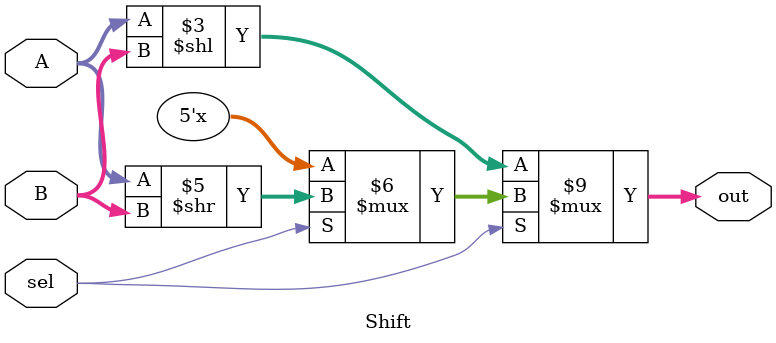
<source format=v>
`timescale 1ns / 1ps


module Shift(A, B, out, sel);

    input [4:0] A, B;
    output reg [4:0] out;
    
    input sel;
    
    
    always @* begin       
        if (sel == 0)
            out <= A << B;
            
        else if (sel == 1)
            out <= A >> B;
        
    end
    
endmodule

</source>
